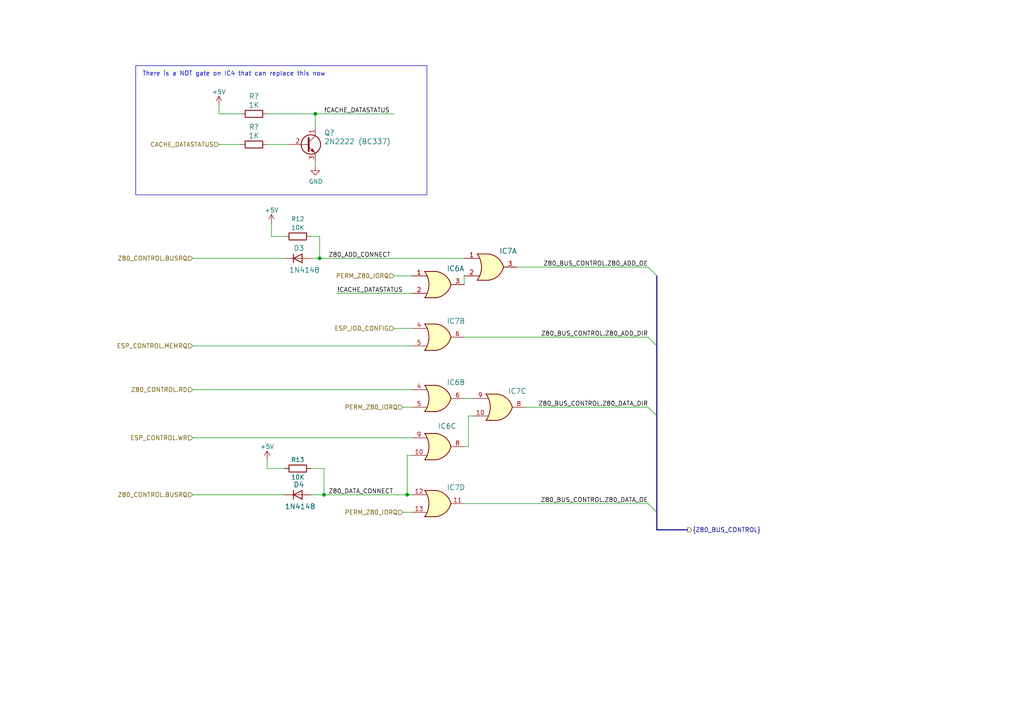
<source format=kicad_sch>
(kicad_sch (version 20230121) (generator eeschema)
  (paper "A4")
  (lib_symbols
    (symbol "74xx:74LS32" (pin_names (offset 1.016))
      (property "Reference" "U" (at 0 1.27 0))
      (property "Value" "74LS32" (at 0 -1.27 0))
      (symbol "74LS32_1_1"
        (arc (start -3.81 -3.81) (mid -2.589 0) (end -3.81 3.81) (stroke (width 0.254)))
        (arc (start -0.6096 -3.81) (mid 2.1842 -2.5851) (end 3.81 0) (stroke (width 0.254)) (fill (type background)))
        (polyline (pts (xy -3.81 -3.81) (xy -0.635 -3.81)) (stroke (width 0.254)) (fill (type background)))
        (polyline (pts (xy -3.81 3.81) (xy -0.635 3.81)) (stroke (width 0.254)) (fill (type background)))
        (polyline (pts (xy -0.635 3.81) (xy -3.81 3.81) (xy -3.81 3.81) (xy -3.556 3.4036) (xy -3.0226 2.2606) (xy -2.6924 1.0414) (xy -2.6162 -0.254) (xy -2.7686 -1.4986) (xy -3.175 -2.7178) (xy -3.81 -3.81) (xy -3.81 -3.81) (xy -0.635 -3.81)) (stroke (width -25.4)) (fill (type background)))
        (arc (start 3.81 0) (mid 2.1915 2.5936) (end -0.6096 3.81) (stroke (width 0.254)) (fill (type background)))
        (pin input line (at -7.62 2.54 0) (length 4.318) (name "~") (number "1"))
        (pin input line (at -7.62 -2.54 0) (length 4.318) (name "~") (number "2"))
        (pin output line (at 7.62 0 180) (length 3.81) (name "~") (number "3"))
      )
      (symbol "74LS32_1_2"
        (arc (start 0 -3.81) (mid 3.7934 0) (end 0 3.81) (stroke (width 0.254)) (fill (type background)))
        (polyline (pts (xy 0 3.81) (xy -3.81 3.81) (xy -3.81 -3.81) (xy 0 -3.81)) (stroke (width 0.254)) (fill (type background)))
        (pin input inverted (at -7.62 2.54 0) (length 3.81) (name "~") (number "1"))
        (pin input inverted (at -7.62 -2.54 0) (length 3.81) (name "~") (number "2"))
        (pin output inverted (at 7.62 0 180) (length 3.81) (name "~") (number "3"))
      )
      (symbol "74LS32_2_1"
        (arc (start -3.81 -3.81) (mid -2.589 0) (end -3.81 3.81) (stroke (width 0.254)))
        (arc (start -0.6096 -3.81) (mid 2.1842 -2.5851) (end 3.81 0) (stroke (width 0.254)) (fill (type background)))
        (polyline (pts (xy -3.81 -3.81) (xy -0.635 -3.81)) (stroke (width 0.254)) (fill (type background)))
        (polyline (pts (xy -3.81 3.81) (xy -0.635 3.81)) (stroke (width 0.254)) (fill (type background)))
        (polyline (pts (xy -0.635 3.81) (xy -3.81 3.81) (xy -3.81 3.81) (xy -3.556 3.4036) (xy -3.0226 2.2606) (xy -2.6924 1.0414) (xy -2.6162 -0.254) (xy -2.7686 -1.4986) (xy -3.175 -2.7178) (xy -3.81 -3.81) (xy -3.81 -3.81) (xy -0.635 -3.81)) (stroke (width -25.4)) (fill (type background)))
        (arc (start 3.81 0) (mid 2.1915 2.5936) (end -0.6096 3.81) (stroke (width 0.254)) (fill (type background)))
        (pin input line (at -7.62 2.54 0) (length 4.318) (name "~") (number "4"))
        (pin input line (at -7.62 -2.54 0) (length 4.318) (name "~") (number "5"))
        (pin output line (at 7.62 0 180) (length 3.81) (name "~") (number "6"))
      )
      (symbol "74LS32_2_2"
        (arc (start 0 -3.81) (mid 3.7934 0) (end 0 3.81) (stroke (width 0.254)) (fill (type background)))
        (polyline (pts (xy 0 3.81) (xy -3.81 3.81) (xy -3.81 -3.81) (xy 0 -3.81)) (stroke (width 0.254)) (fill (type background)))
        (pin input inverted (at -7.62 2.54 0) (length 3.81) (name "~") (number "4"))
        (pin input inverted (at -7.62 -2.54 0) (length 3.81) (name "~") (number "5"))
        (pin output inverted (at 7.62 0 180) (length 3.81) (name "~") (number "6"))
      )
      (symbol "74LS32_3_1"
        (arc (start -3.81 -3.81) (mid -2.589 0) (end -3.81 3.81) (stroke (width 0.254)))
        (arc (start -0.6096 -3.81) (mid 2.1842 -2.5851) (end 3.81 0) (stroke (width 0.254)) (fill (type background)))
        (polyline (pts (xy -3.81 -3.81) (xy -0.635 -3.81)) (stroke (width 0.254)) (fill (type background)))
        (polyline (pts (xy -3.81 3.81) (xy -0.635 3.81)) (stroke (width 0.254)) (fill (type background)))
        (polyline (pts (xy -0.635 3.81) (xy -3.81 3.81) (xy -3.81 3.81) (xy -3.556 3.4036) (xy -3.0226 2.2606) (xy -2.6924 1.0414) (xy -2.6162 -0.254) (xy -2.7686 -1.4986) (xy -3.175 -2.7178) (xy -3.81 -3.81) (xy -3.81 -3.81) (xy -0.635 -3.81)) (stroke (width -25.4)) (fill (type background)))
        (arc (start 3.81 0) (mid 2.1915 2.5936) (end -0.6096 3.81) (stroke (width 0.254)) (fill (type background)))
        (pin input line (at -7.62 -2.54 0) (length 4.318) (name "~") (number "10"))
        (pin output line (at 7.62 0 180) (length 3.81) (name "~") (number "8"))
        (pin input line (at -7.62 2.54 0) (length 4.318) (name "~") (number "9"))
      )
      (symbol "74LS32_3_2"
        (arc (start 0 -3.81) (mid 3.7934 0) (end 0 3.81) (stroke (width 0.254)) (fill (type background)))
        (polyline (pts (xy 0 3.81) (xy -3.81 3.81) (xy -3.81 -3.81) (xy 0 -3.81)) (stroke (width 0.254)) (fill (type background)))
        (pin input inverted (at -7.62 -2.54 0) (length 3.81) (name "~") (number "10"))
        (pin output inverted (at 7.62 0 180) (length 3.81) (name "~") (number "8"))
        (pin input inverted (at -7.62 2.54 0) (length 3.81) (name "~") (number "9"))
      )
      (symbol "74LS32_4_1"
        (arc (start -3.81 -3.81) (mid -2.589 0) (end -3.81 3.81) (stroke (width 0.254)))
        (arc (start -0.6096 -3.81) (mid 2.1842 -2.5851) (end 3.81 0) (stroke (width 0.254)) (fill (type background)))
        (polyline (pts (xy -3.81 -3.81) (xy -0.635 -3.81)) (stroke (width 0.254)) (fill (type background)))
        (polyline (pts (xy -3.81 3.81) (xy -0.635 3.81)) (stroke (width 0.254)) (fill (type background)))
        (polyline (pts (xy -0.635 3.81) (xy -3.81 3.81) (xy -3.81 3.81) (xy -3.556 3.4036) (xy -3.0226 2.2606) (xy -2.6924 1.0414) (xy -2.6162 -0.254) (xy -2.7686 -1.4986) (xy -3.175 -2.7178) (xy -3.81 -3.81) (xy -3.81 -3.81) (xy -0.635 -3.81)) (stroke (width -25.4)) (fill (type background)))
        (arc (start 3.81 0) (mid 2.1915 2.5936) (end -0.6096 3.81) (stroke (width 0.254)) (fill (type background)))
        (pin output line (at 7.62 0 180) (length 3.81) (name "~") (number "11"))
        (pin input line (at -7.62 2.54 0) (length 4.318) (name "~") (number "12"))
        (pin input line (at -7.62 -2.54 0) (length 4.318) (name "~") (number "13"))
      )
      (symbol "74LS32_4_2"
        (arc (start 0 -3.81) (mid 3.7934 0) (end 0 3.81) (stroke (width 0.254)) (fill (type background)))
        (polyline (pts (xy 0 3.81) (xy -3.81 3.81) (xy -3.81 -3.81) (xy 0 -3.81)) (stroke (width 0.254)) (fill (type background)))
        (pin output inverted (at 7.62 0 180) (length 3.81) (name "~") (number "11"))
        (pin input inverted (at -7.62 2.54 0) (length 3.81) (name "~") (number "12"))
        (pin input inverted (at -7.62 -2.54 0) (length 3.81) (name "~") (number "13"))
      )
      (symbol "74LS32_5_0"
        (pin power_in line (at 0 12.7 270) (length 5.08) (name "VCC") (number "14"))
        (pin power_in line (at 0 -12.7 90) (length 5.08) (name "GND") (number "7"))
      )
      (symbol "74LS32_5_1"
        (rectangle (start -5.08 7.62) (end 5.08 -7.62) (stroke (width 0.254)) (fill (type background)))
      )
    )
    (symbol "Device:D" (pin_numbers hide) (pin_names (offset 1.016) hide)
      (property "Reference" "D" (at 0 2.54 0))
      (property "Value" "D" (at 0 -2.54 0))
      (symbol "D_0_1"
        (polyline (pts (xy -1.27 1.27) (xy -1.27 -1.27)) (stroke (width 0.254)))
        (polyline (pts (xy 1.27 0) (xy -1.27 0)))
        (polyline (pts (xy 1.27 1.27) (xy 1.27 -1.27) (xy -1.27 0) (xy 1.27 1.27)) (stroke (width 0.254)))
      )
      (symbol "D_1_1"
        (pin passive line (at -3.81 0 0) (length 2.54) (name "K") (number "1"))
        (pin passive line (at 3.81 0 180) (length 2.54) (name "A") (number "2"))
      )
    )
    (symbol "Device:R" (pin_numbers hide) (pin_names (offset 0))
      (property "Reference" "R" (at 2.032 0 90))
      (property "Value" "R" (at 0 0 90))
      (symbol "R_0_1"
        (rectangle (start -1.016 -2.54) (end 1.016 2.54) (stroke (width 0.254)))
      )
      (symbol "R_1_1"
        (pin passive line (at 0 3.81 270) (length 1.27) (name "~") (number "1"))
        (pin passive line (at 0 -3.81 90) (length 1.27) (name "~") (number "2"))
      )
    )
    (symbol "Transistor_BJT:BC337" (pin_names (offset 0) hide)
      (property "Reference" "Q" (at 5.08 1.905 0))
      (property "Value" "BC337" (at 5.08 0 0))
      (symbol "BC337_0_1"
        (polyline (pts (xy 0 0) (xy 0.635 0)))
        (polyline (pts (xy 0.635 0.635) (xy 2.54 2.54)))
        (polyline (pts (xy 0.635 -0.635) (xy 2.54 -2.54) (xy 2.54 -2.54)))
        (polyline (pts (xy 0.635 1.905) (xy 0.635 -1.905) (xy 0.635 -1.905)) (stroke (width 0.508)))
        (polyline (pts (xy 1.27 -1.778) (xy 1.778 -1.27) (xy 2.286 -2.286) (xy 1.27 -1.778) (xy 1.27 -1.778)) (fill (type outline)))
        (circle (center 1.27 0) (radius 2.8194) (stroke (width 0.254)))
      )
      (symbol "BC337_1_1"
        (pin passive line (at 2.54 5.08 270) (length 2.54) (name "C") (number "1"))
        (pin input line (at -5.08 0 0) (length 5.08) (name "B") (number "2"))
        (pin passive line (at 2.54 -5.08 90) (length 2.54) (name "E") (number "3"))
      )
    )
    (symbol "power:+5V" (power) (pin_names (offset 0))
      (property "Value" "+5V" (at 0 3.556 0))
      (symbol "+5V_0_1"
        (polyline (pts (xy -0.762 1.27) (xy 0 2.54)))
        (polyline (pts (xy 0 0) (xy 0 2.54)))
        (polyline (pts (xy 0 2.54) (xy 0.762 1.27)))
      )
      (symbol "+5V_1_1"
        (pin power_in line (at 0 0 90) (length 0) hide (name "+5V") (number "1"))
      )
    )
    (symbol "power:GND" (power) (pin_names (offset 0))
      (property "Value" "GND" (at 0 -3.81 0))
      (symbol "GND_0_1"
        (polyline (pts (xy 0 0) (xy 0 -1.27) (xy 1.27 -1.27) (xy 0 -2.54) (xy -1.27 -1.27) (xy 0 -1.27)))
      )
      (symbol "GND_1_1"
        (pin power_in line (at 0 0 270) (length 0) hide (name "GND") (number "1"))
      )
    )
  )
  (junction (at 91.44 33.02))
  (junction (at 118.11 143.51))
  (junction (at 93.98 143.51))
  (junction (at 92.71 74.93))
  (bus_entry (at 187.96 118.11) (size 2.54 2.54))
  (bus_entry (at 187.96 146.05) (size 2.54 2.54))
  (bus_entry (at 187.96 77.47) (size 2.54 2.54))
  (bus_entry (at 187.96 97.79) (size 2.54 2.54))
  (wire (pts (xy 91.44 33.02) (xy 91.44 36.83)))
  (wire (pts (xy 187.96 118.11) (xy 152.4 118.11)))
  (wire (pts (xy 77.47 41.91) (xy 83.82 41.91)))
  (wire (pts (xy 90.17 135.89) (xy 93.98 135.89)))
  (wire (pts (xy 114.3 33.02) (xy 91.44 33.02)))
  (bus (pts (xy 190.5 80.01) (xy 190.5 100.33)))
  (wire (pts (xy 63.5 30.48) (xy 63.5 33.02)))
  (wire (pts (xy 119.38 80.01) (xy 114.3 80.01)))
  (wire (pts (xy 55.88 127) (xy 119.38 127)))
  (wire (pts (xy 90.17 143.51) (xy 93.98 143.51)))
  (wire (pts (xy 63.5 41.91) (xy 69.85 41.91)))
  (wire (pts (xy 118.11 143.51) (xy 119.38 143.51)))
  (wire (pts (xy 77.47 135.89) (xy 77.47 133.35)))
  (wire (pts (xy 114.3 95.25) (xy 119.38 95.25)))
  (wire (pts (xy 134.62 97.79) (xy 187.96 97.79)))
  (wire (pts (xy 118.11 132.08) (xy 118.11 143.51)))
  (wire (pts (xy 63.5 33.02) (xy 69.85 33.02)))
  (bus (pts (xy 190.5 148.59) (xy 190.5 153.67)))
  (wire (pts (xy 135.89 129.54) (xy 135.89 120.65)))
  (wire (pts (xy 134.62 146.05) (xy 187.96 146.05)))
  (wire (pts (xy 92.71 74.93) (xy 134.62 74.93)))
  (wire (pts (xy 149.86 77.47) (xy 187.96 77.47)))
  (wire (pts (xy 118.11 132.08) (xy 119.38 132.08)))
  (wire (pts (xy 134.62 129.54) (xy 135.89 129.54)))
  (wire (pts (xy 134.62 82.55) (xy 134.62 80.01)))
  (wire (pts (xy 55.88 143.51) (xy 82.55 143.51)))
  (wire (pts (xy 92.71 68.58) (xy 90.17 68.58)))
  (wire (pts (xy 93.98 135.89) (xy 93.98 143.51)))
  (wire (pts (xy 90.17 74.93) (xy 92.71 74.93)))
  (wire (pts (xy 116.84 118.11) (xy 119.38 118.11)))
  (wire (pts (xy 134.62 115.57) (xy 137.16 115.57)))
  (wire (pts (xy 116.84 148.59) (xy 119.38 148.59)))
  (wire (pts (xy 91.44 48.26) (xy 91.44 46.99)))
  (bus (pts (xy 190.5 100.33) (xy 190.5 120.65)))
  (wire (pts (xy 78.74 68.58) (xy 82.55 68.58)))
  (wire (pts (xy 92.71 68.58) (xy 92.71 74.93)))
  (wire (pts (xy 78.74 68.58) (xy 78.74 64.77)))
  (wire (pts (xy 77.47 33.02) (xy 91.44 33.02)))
  (bus (pts (xy 190.5 120.65) (xy 190.5 148.59)))
  (wire (pts (xy 77.47 135.89) (xy 82.55 135.89)))
  (wire (pts (xy 55.88 113.03) (xy 119.38 113.03)))
  (wire (pts (xy 119.38 85.09) (xy 97.79 85.09)))
  (wire (pts (xy 55.88 100.33) (xy 119.38 100.33)))
  (wire (pts (xy 93.98 143.51) (xy 118.11 143.51)))
  (wire (pts (xy 55.88 74.93) (xy 82.55 74.93)))
  (bus (pts (xy 190.5 153.67) (xy 199.39 153.67)))
  (wire (pts (xy 135.89 120.65) (xy 137.16 120.65)))
  (rectangle (start 39.37 19.05) (end 123.825 56.515))
  (text "There is a NOT gate on IC4 that can replace this now" (at 41.275 22.225 0) (effects (font (size 1.27 1.27)) (justify left bottom)))
  (label "Z80_BUS_CONTROL.Z80_ADD_DIR" (at 187.96 97.79 180))
  (label "!CACHE_DATASTATUS" (at 93.98 33.02 0))
  (label "Z80_BUS_CONTROL.Z80_DATA_DIR" (at 187.96 118.11 180))
  (label "!CACHE_DATASTATUS" (at 97.79 85.09 0))
  (label "Z80_BUS_CONTROL.Z80_DATA_OE" (at 187.96 146.05 180))
  (label "Z80_ADD_CONNECT" (at 95.25 74.93 0))
  (label "Z80_BUS_CONTROL.Z80_ADD_OE" (at 187.96 77.47 180))
  (label "Z80_DATA_CONNECT" (at 95.25 143.51 0))
  (hierarchical_label "PERM_Z80_IORQ" (shape input) (at 116.84 118.11 180))
  (hierarchical_label "PERM_Z80_IORQ" (shape input) (at 114.3 80.01 180))
  (hierarchical_label "Z80_CONTROL.BUSRQ" (shape input) (at 55.88 74.93 180))
  (hierarchical_label "{Z80_BUS_CONTROL}" (shape output) (at 199.39 153.67 0))
  (hierarchical_label "ESP_CONTROL.MEMRQ" (shape input) (at 55.88 100.33 180))
  (hierarchical_label "PERM_Z80_IORQ" (shape input) (at 116.84 148.59 180))
  (hierarchical_label "Z80_CONTROL.BUSRQ" (shape input) (at 55.88 143.51 180))
  (hierarchical_label "Z80_CONTROL.RD" (shape input) (at 55.88 113.03 180))
  (hierarchical_label "ESP_IOD_CONFIG" (shape input) (at 114.3 95.25 180))
  (hierarchical_label "CACHE_DATASTATUS" (shape input) (at 63.5 41.91 180))
  (hierarchical_label "ESP_CONTROL.WR" (shape input) (at 55.88 127 180))
  (symbol (lib_id "Device:R") (at 73.66 41.91 90) (unit 1)
    (property "Reference" "R?" (at 73.66 36.83 90) (effects (font (size 1.4986 1.4986))))
    (property "Value" "1K" (at 73.66 39.37 90) (effects (font (size 1.4986 1.4986))))
    (property "Footprint" "Resistor_THT:R_Axial_DIN0207_L6.3mm_D2.5mm_P10.16mm_Horizontal" (effects hide))
    (instances (project "FujiNet_Z80Bus_ReferenceDesign" (path "" (reference "R?") (unit 1)) (path "" (reference "R?") (unit 1)) (path "" (reference "R9") (unit 1)) (path "" (reference "R9") (unit 1)) (path "" (reference "R13") (unit 1))) (project "Logic core" (path "" (reference "R4") (unit 1))))
  )
  (symbol (lib_id "74xx:74LS32") (at 127 129.54 0) (unit 3)
    (property "Reference" "IC6" (at 127 124.46 0) (effects (font (size 1.4986 1.4986)) (justify left bottom)))
    (property "Value" "74HC32N" (effects hide))
    (property "Footprint" "Package_DIP:DIP-14_W7.62mm_Socket" (effects hide))
    (property "Datasheet" "http://www.ti.com/lit/gpn/sn74LS32" (effects hide))
    (instances (project "FujiNet_Z80Bus_ReferenceDesign" (path "" (reference "IC6") (unit 3)) (path "" (reference "IC?") (unit 2)) (path "" (reference "IC6") (unit 3)) (path "" (reference "IC11") (unit 1))) (project "Logic core" (path "" (reference "IC7") (unit 3))) (project "Logic_core" (path "" (reference "IC1") (unit 3))))
  )
  (symbol (lib_id "power:+5V") (at 77.47 133.35 0) (unit 1)
    (property "Reference" "#PWR033" (effects hide))
    (property "Value" "+5V" (at 77.47 129.54 0))
    (instances (project "FujiNet_Z80Bus_ReferenceDesign" (path "" (reference "#PWR033") (unit 1)) (path "" (reference "#PWR072") (unit 1))) (project "Logic core" (path "" (reference "#PWR08") (unit 1))))
  )
  (symbol (lib_id "power:+5V") (at 63.5 30.48 0) (unit 1)
    (property "Reference" "#PWR025" (effects hide))
    (property "Value" "+5V" (at 63.5 26.67 0))
    (instances (project "FujiNet_Z80Bus_ReferenceDesign" (path "" (reference "#PWR025") (unit 1)) (path "" (reference "#PWR034") (unit 1)) (path "" (reference "#PWR071") (unit 1))) (project "Logic core" (path "" (reference "#PWR07") (unit 1))))
  )
  (symbol (lib_id "74xx:74LS32") (at 127 115.57 0) (unit 2)
    (property "Reference" "IC6" (at 129.54 111.76 0) (effects (font (size 1.4986 1.4986)) (justify left bottom)))
    (property "Value" "74HC32N" (effects hide))
    (property "Footprint" "Package_DIP:DIP-14_W7.62mm_Socket" (effects hide))
    (property "Datasheet" "http://www.ti.com/lit/gpn/sn74LS32" (effects hide))
    (instances (project "FujiNet_Z80Bus_ReferenceDesign" (path "" (reference "IC6") (unit 2)) (path "" (reference "IC?") (unit 1)) (path "" (reference "IC6") (unit 2)) (path "" (reference "IC11") (unit 2))) (project "Logic core" (path "" (reference "IC7") (unit 2))) (project "Logic_core" (path "" (reference "IC1") (unit 2))))
  )
  (symbol (lib_id "74xx:74LS32") (at 127 82.55 0) (unit 1)
    (property "Reference" "IC6" (at 129.54 78.74 0) (effects (font (size 1.4986 1.4986)) (justify left bottom)))
    (property "Value" "74HC32N" (effects hide))
    (property "Footprint" "Package_DIP:DIP-14_W7.62mm_Socket" (effects hide))
    (property "Datasheet" "http://www.ti.com/lit/gpn/sn74LS32" (effects hide))
    (instances (project "FujiNet_Z80Bus_ReferenceDesign" (path "" (reference "IC6") (unit 1)) (path "" (reference "IC?") (unit 1)) (path "" (reference "IC6") (unit 1)) (path "" (reference "IC8") (unit 1))) (project "Logic core" (path "" (reference "IC7") (unit 1))) (project "Logic_core" (path "" (reference "IC1") (unit 1))))
  )
  (symbol (lib_id "Device:D") (at 86.36 74.93 0) (mirror x) (unit 1)
    (property "Reference" "D3" (at 85.09 71.12 0) (effects (font (size 1.4986 1.4986)) (justify left bottom)))
    (property "Value" "1N4148" (at 83.82 77.47 0) (effects (font (size 1.4986 1.4986)) (justify left bottom)))
    (property "Footprint" "Diode_THT:D_T-1_P5.08mm_Horizontal" (effects hide))
    (instances (project "FujiNet_Z80Bus_ReferenceDesign" (path "" (reference "D3") (unit 1)) (path "" (reference "D?") (unit 1)) (path "" (reference "D?") (unit 1)) (path "" (reference "D3") (unit 1)) (path "" (reference "D17") (unit 1))) (project "Logic core" (path "" (reference "D2") (unit 1))))
  )
  (symbol (lib_id "74xx:74LS32") (at 127 146.05 0) (unit 4)
    (property "Reference" "IC7" (at 129.54 142.24 0) (effects (font (size 1.4986 1.4986)) (justify left bottom)))
    (property "Value" "74HC32N" (effects hide))
    (property "Footprint" "Package_DIP:DIP-14_W7.62mm_Socket" (effects hide))
    (property "Datasheet" "http://www.ti.com/lit/gpn/sn74LS32" (effects hide))
    (instances (project "FujiNet_Z80Bus_ReferenceDesign" (path "" (reference "IC7") (unit 4)) (path "" (reference "IC?") (unit 2)) (path "" (reference "IC7") (unit 4)) (path "" (reference "IC13") (unit 4))) (project "Logic core" (path "" (reference "IC8") (unit 4))) (project "Logic_core" (path "" (reference "IC2") (unit 4))))
  )
  (symbol (lib_id "Device:R") (at 73.66 33.02 270) (unit 1)
    (property "Reference" "R?" (at 73.66 27.94 90) (effects (font (size 1.4986 1.4986))))
    (property "Value" "1K" (at 73.66 30.48 90) (effects (font (size 1.4986 1.4986))))
    (property "Footprint" "Resistor_THT:R_Axial_DIN0207_L6.3mm_D2.5mm_P10.16mm_Horizontal" (effects hide))
    (instances (project "FujiNet_Z80Bus_ReferenceDesign" (path "" (reference "R?") (unit 1)) (path "" (reference "R?") (unit 1)) (path "" (reference "R8") (unit 1)) (path "" (reference "R8") (unit 1)) (path "" (reference "R12") (unit 1))) (project "Logic core" (path "" (reference "R3") (unit 1))))
  )
  (symbol (lib_id "Device:R") (at 86.36 135.89 90) (unit 1)
    (property "Reference" "R13" (at 86.36 133.35 90))
    (property "Value" "10K" (at 86.36 138.43 90))
    (property "Footprint" "Resistor_THT:R_Axial_DIN0207_L6.3mm_D2.5mm_P10.16mm_Horizontal" (effects hide))
    (instances (project "FujiNet_Z80Bus_ReferenceDesign" (path "" (reference "R13") (unit 1)) (path "" (reference "R15") (unit 1))) (project "Logic core" (path "" (reference "R6") (unit 1))))
  )
  (symbol (lib_id "Transistor_BJT:BC337") (at 88.9 41.91 0) (unit 1)
    (property "Reference" "Q?" (at 93.98 39.37 0) (effects (font (size 1.4986 1.4986)) (justify left bottom)))
    (property "Value" "2N2222 (BC337)" (at 93.98 41.91 0) (effects (font (size 1.4986 1.4986)) (justify left bottom)))
    (property "Footprint" "Package_TO_SOT_THT:TO-92" (effects hide))
    (instances (project "FujiNet_Z80Bus_ReferenceDesign" (path "" (reference "Q?") (unit 1)) (path "" (reference "Q?") (unit 1)) (path "" (reference "Q1") (unit 1)) (path "" (reference "Q1") (unit 1)) (path "" (reference "Q1") (unit 1))) (project "Logic core" (path "" (reference "Q1") (unit 1))))
  )
  (symbol (lib_id "74xx:74LS32") (at 144.78 118.11 0) (unit 3)
    (property "Reference" "IC7" (at 147.32 114.3 0) (effects (font (size 1.4986 1.4986)) (justify left bottom)))
    (property "Value" "74HC32N" (effects hide))
    (property "Footprint" "Package_DIP:DIP-14_W7.62mm_Socket" (effects hide))
    (property "Datasheet" "http://www.ti.com/lit/gpn/sn74LS32" (effects hide))
    (instances (project "FujiNet_Z80Bus_ReferenceDesign" (path "" (reference "IC7") (unit 3)) (path "" (reference "IC?") (unit 1)) (path "" (reference "IC7") (unit 3)) (path "" (reference "IC13") (unit 3))) (project "Logic core" (path "" (reference "IC8") (unit 3))) (project "Logic_core" (path "" (reference "IC2") (unit 3))))
  )
  (symbol (lib_id "Device:R") (at 86.36 68.58 270) (unit 1)
    (property "Reference" "R12" (at 86.36 63.5 90))
    (property "Value" "10K" (at 86.36 66.04 90))
    (property "Footprint" "Resistor_THT:R_Axial_DIN0207_L6.3mm_D2.5mm_P10.16mm_Horizontal" (effects hide))
    (instances (project "FujiNet_Z80Bus_ReferenceDesign" (path "" (reference "R12") (unit 1)) (path "" (reference "R14") (unit 1))) (project "Logic core" (path "" (reference "R5") (unit 1))))
  )
  (symbol (lib_id "74xx:74LS32") (at 142.24 77.47 0) (unit 1)
    (property "Reference" "IC7" (at 144.78 73.66 0) (effects (font (size 1.4986 1.4986)) (justify left bottom)))
    (property "Value" "74HC32N" (effects hide))
    (property "Footprint" "Package_DIP:DIP-14_W7.62mm_Socket" (effects hide))
    (property "Datasheet" "http://www.ti.com/lit/gpn/sn74LS32" (effects hide))
    (instances (project "FujiNet_Z80Bus_ReferenceDesign" (path "" (reference "IC7") (unit 1)) (path "" (reference "IC?") (unit 3)) (path "" (reference "IC7") (unit 1)) (path "" (reference "IC13") (unit 1))) (project "Logic core" (path "" (reference "IC8") (unit 1))) (project "Logic_core" (path "" (reference "IC2") (unit 1))))
  )
  (symbol (lib_id "power:GND") (at 91.44 48.26 0) (unit 1)
    (property "Reference" "#PWR027" (effects hide))
    (property "Value" "GND" (at 91.567 52.6542 0))
    (instances (project "FujiNet_Z80Bus_ReferenceDesign" (path "" (reference "#PWR027") (unit 1)) (path "" (reference "#PWR027") (unit 1)) (path "" (reference "#PWR074") (unit 1))) (project "Logic core" (path "" (reference "#PWR010") (unit 1))))
  )
  (symbol (lib_id "74xx:74LS32") (at 127 97.79 0) (unit 2)
    (property "Reference" "IC7" (at 129.54 93.98 0) (effects (font (size 1.4986 1.4986)) (justify left bottom)))
    (property "Value" "74HC32N" (effects hide))
    (property "Footprint" "Package_DIP:DIP-14_W7.62mm_Socket" (effects hide))
    (property "Datasheet" "http://www.ti.com/lit/gpn/sn74LS32" (effects hide))
    (instances (project "FujiNet_Z80Bus_ReferenceDesign" (path "" (reference "IC7") (unit 2)) (path "" (reference "IC?") (unit 4)) (path "" (reference "IC7") (unit 2)) (path "" (reference "IC8") (unit 2))) (project "Logic core" (path "" (reference "IC8") (unit 2))) (project "Logic_core" (path "" (reference "IC2") (unit 2))))
  )
  (symbol (lib_id "Device:D") (at 86.36 143.51 0) (mirror x) (unit 1)
    (property "Reference" "D4" (at 85.09 139.7 0) (effects (font (size 1.4986 1.4986)) (justify left bottom)))
    (property "Value" "1N4148" (at 82.55 146.05 0) (effects (font (size 1.4986 1.4986)) (justify left bottom)))
    (property "Footprint" "Diode_THT:D_T-1_P5.08mm_Horizontal" (effects hide))
    (instances (project "FujiNet_Z80Bus_ReferenceDesign" (path "" (reference "D4") (unit 1)) (path "" (reference "D?") (unit 1)) (path "" (reference "D?") (unit 1)) (path "" (reference "D4") (unit 1)) (path "" (reference "D18") (unit 1))) (project "Logic core" (path "" (reference "D3") (unit 1))))
  )
  (symbol (lib_id "power:+5V") (at 78.74 64.77 0) (unit 1)
    (property "Reference" "#PWR032" (effects hide))
    (property "Value" "+5V" (at 78.74 60.96 0))
    (instances (project "FujiNet_Z80Bus_ReferenceDesign" (path "" (reference "#PWR032") (unit 1)) (path "" (reference "#PWR073") (unit 1))) (project "Logic core" (path "" (reference "#PWR09") (unit 1))))
  )
)
</source>
